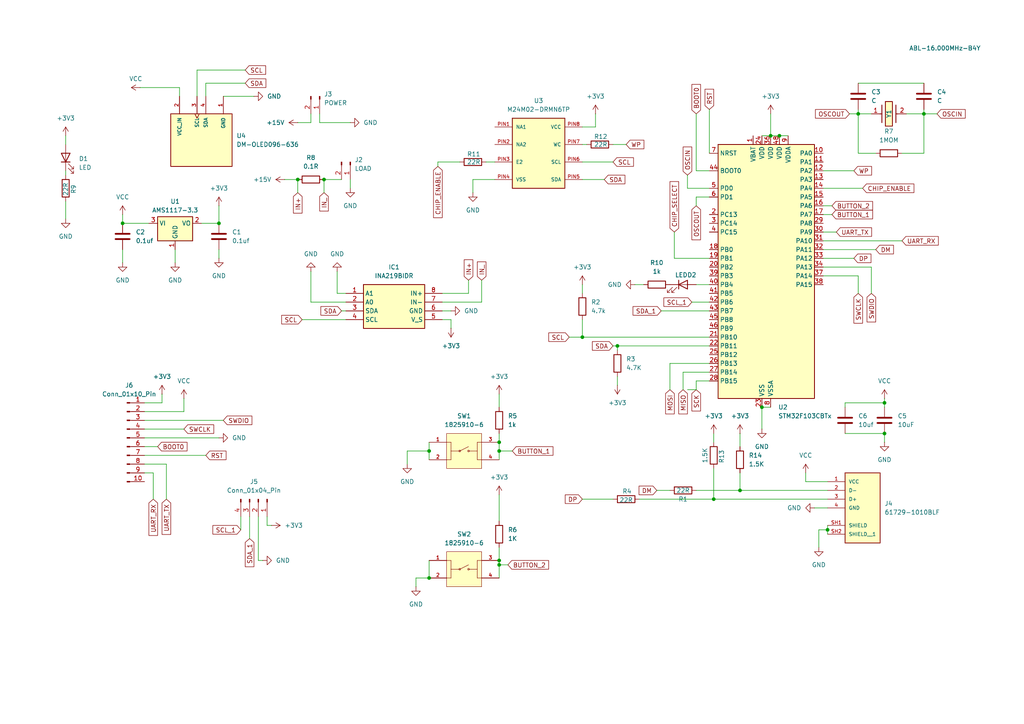
<source format=kicad_sch>
(kicad_sch (version 20231120) (generator "eeschema") (generator_version "8.0")
  (paper "A4")
  (lib_symbols
    (symbol "1825910-6:1825910-6" (pin_names (offset 1.016))
      (property "Reference" "SW" (at -5.0897 5.8532 0))
      (property "Value" "1825910-6" (at -5.0883 -7.6325 0))
      (symbol "1825910-6_0_0"
        (pin passive line (at -10.16 2.54 0) (length 5.08) (name "~") (number "1"))
        (pin passive line (at -10.16 -2.54 0) (length 5.08) (name "~") (number "2"))
        (pin passive line (at 10.16 2.54 180) (length 5.08) (name "~") (number "3"))
        (pin passive line (at 10.16 -2.54 180) (length 5.08) (name "~") (number "4"))
      )
    )
    (symbol "61729-1010BLF:61729-1010BLF" (pin_names (offset 1.016))
      (property "Reference" "J" (at -5.08 8.89 0))
      (property "Value" "61729-1010BLF" (at -5.08 -15.24 0))
      (symbol "61729-1010BLF_0_0"
        (pin power_in line (at -10.16 5.08 0) (length 5.08) (name "VCC") (number "1"))
        (pin bidirectional line (at -10.16 2.54 0) (length 5.08) (name "D-") (number "2"))
        (pin bidirectional line (at -10.16 0 0) (length 5.08) (name "D+") (number "3"))
        (pin power_in line (at -10.16 -2.54 0) (length 5.08) (name "GND") (number "4"))
        (pin passive line (at -10.16 -7.62 0) (length 5.08) (name "SHIELD") (number "SH1"))
        (pin passive line (at -10.16 -10.16 0) (length 5.08) (name "SHIELD__1") (number "SH2"))
      )
    )
    (symbol "ABL-16_000MHz-B4Y:ABL-16.000MHz-B4Y" (pin_names hide)
      (property "Reference" "Y" (at 8.89 6.35 0))
      (property "Value" "ABL-16.000MHz-B4Y" (at 8.89 3.81 0))
      (symbol "ABL-16.000MHz-B4Y_1_1"
        (pin passive line (at 0 0 0) (length 2.54) (name "1") (number "1"))
        (pin passive line (at 10.16 0 180) (length 2.54) (name "2") (number "2"))
      )
    )
    (symbol "Connector:Conn_01x02_Pin" (pin_names (offset 1.016) hide)
      (property "Reference" "J" (at 0 2.54 0))
      (property "Value" "Conn_01x02_Pin" (at 0 -5.08 0))
      (symbol "Conn_01x02_Pin_1_1"
        (pin passive line (at 5.08 0 180) (length 3.81) (name "Pin_1") (number "1"))
        (pin passive line (at 5.08 -2.54 180) (length 3.81) (name "Pin_2") (number "2"))
      )
    )
    (symbol "Connector:Conn_01x04_Pin" (pin_names (offset 1.016) hide)
      (property "Reference" "J" (at 0 5.08 0))
      (property "Value" "Conn_01x04_Pin" (at 0 -7.62 0))
      (symbol "Conn_01x04_Pin_1_1"
        (pin passive line (at 5.08 2.54 180) (length 3.81) (name "Pin_1") (number "1"))
        (pin passive line (at 5.08 0 180) (length 3.81) (name "Pin_2") (number "2"))
        (pin passive line (at 5.08 -2.54 180) (length 3.81) (name "Pin_3") (number "3"))
        (pin passive line (at 5.08 -5.08 180) (length 3.81) (name "Pin_4") (number "4"))
      )
    )
    (symbol "Connector:Conn_01x10_Pin" (pin_names (offset 1.016) hide)
      (property "Reference" "J" (at 0 12.7 0))
      (property "Value" "Conn_01x10_Pin" (at 0 -15.24 0))
      (symbol "Conn_01x10_Pin_1_1"
        (pin passive line (at 5.08 10.16 180) (length 3.81) (name "Pin_1") (number "1"))
        (pin passive line (at 5.08 -12.7 180) (length 3.81) (name "Pin_10") (number "10"))
        (pin passive line (at 5.08 7.62 180) (length 3.81) (name "Pin_2") (number "2"))
        (pin passive line (at 5.08 5.08 180) (length 3.81) (name "Pin_3") (number "3"))
        (pin passive line (at 5.08 2.54 180) (length 3.81) (name "Pin_4") (number "4"))
        (pin passive line (at 5.08 0 180) (length 3.81) (name "Pin_5") (number "5"))
        (pin passive line (at 5.08 -2.54 180) (length 3.81) (name "Pin_6") (number "6"))
        (pin passive line (at 5.08 -5.08 180) (length 3.81) (name "Pin_7") (number "7"))
        (pin passive line (at 5.08 -7.62 180) (length 3.81) (name "Pin_8") (number "8"))
        (pin passive line (at 5.08 -10.16 180) (length 3.81) (name "Pin_9") (number "9"))
      )
    )
    (symbol "DM-OLED096-636:DM-OLED096-636" (pin_names (offset 1.016))
      (property "Reference" "U" (at -7.62 10.922 0))
      (property "Value" "DM-OLED096-636" (at -7.62 -10.16 0))
      (symbol "DM-OLED096-636_0_0"
        (pin power_in line (at 12.7 -5.08 180) (length 5.08) (name "GND") (number "1"))
        (pin power_in line (at 12.7 7.62 180) (length 5.08) (name "VCC_IN") (number "2"))
        (pin input clock (at 12.7 2.54 180) (length 5.08) (name "SCL") (number "3"))
        (pin bidirectional line (at 12.7 0 180) (length 5.08) (name "SDA") (number "4"))
      )
    )
    (symbol "Device:C" (pin_numbers hide) (pin_names (offset 0.254))
      (property "Reference" "C" (at 0.635 2.54 0))
      (property "Value" "C" (at 0.635 -2.54 0))
      (symbol "C_1_1"
        (pin passive line (at 0 3.81 270) (length 2.794) (name "~") (number "1"))
        (pin passive line (at 0 -3.81 90) (length 2.794) (name "~") (number "2"))
      )
    )
    (symbol "Device:LED" (pin_numbers hide) (pin_names (offset 1.016) hide)
      (property "Reference" "D" (at 0 2.54 0))
      (property "Value" "LED" (at 0 -2.54 0))
      (symbol "LED_1_1"
        (pin passive line (at -3.81 0 0) (length 2.54) (name "K") (number "1"))
        (pin passive line (at 3.81 0 180) (length 2.54) (name "A") (number "2"))
      )
    )
    (symbol "Device:R" (pin_numbers hide) (pin_names (offset 0))
      (property "Reference" "R" (at 2.032 0 90))
      (property "Value" "R" (at 0 0 90))
      (symbol "R_1_1"
        (pin passive line (at 0 3.81 270) (length 1.27) (name "~") (number "1"))
        (pin passive line (at 0 -3.81 90) (length 1.27) (name "~") (number "2"))
      )
    )
    (symbol "INA219BIDR:INA219BIDR"
      (property "Reference" "IC" (at 24.13 7.62 0))
      (property "Value" "INA219BIDR" (at 24.13 5.08 0))
      (symbol "INA219BIDR_1_1"
        (pin passive line (at 0 0 0) (length 5.08) (name "A1") (number "1"))
        (pin passive line (at 0 -2.54 0) (length 5.08) (name "A0") (number "2"))
        (pin passive line (at 0 -5.08 0) (length 5.08) (name "SDA") (number "3"))
        (pin passive line (at 0 -7.62 0) (length 5.08) (name "SCL") (number "4"))
        (pin passive line (at 27.94 -7.62 180) (length 5.08) (name "V_S") (number "5"))
        (pin passive line (at 27.94 -5.08 180) (length 5.08) (name "GND") (number "6"))
        (pin passive line (at 27.94 -2.54 180) (length 5.08) (name "IN-") (number "7"))
        (pin passive line (at 27.94 0 180) (length 5.08) (name "IN+") (number "8"))
      )
    )
    (symbol "M24M02-DRMN6TP:M24M02-DRMN6TP" (pin_names (offset 1.016))
      (property "Reference" "U" (at 0 0 0))
      (property "Value" "M24M02-DRMN6TP" (at 0 0 0))
      (symbol "M24M02-DRMN6TP_0_0"
        (pin bidirectional line (at -5.08 17.78 0) (length 5.08) (name "NA1") (number "PIN1"))
        (pin bidirectional line (at -5.08 12.7 0) (length 5.08) (name "NA2") (number "PIN2"))
        (pin bidirectional line (at -5.08 7.62 0) (length 5.08) (name "E2") (number "PIN3"))
        (pin bidirectional line (at -5.08 2.54 0) (length 5.08) (name "VSS") (number "PIN4"))
        (pin bidirectional line (at 20.32 2.54 180) (length 5.08) (name "SDA") (number "PIN5"))
        (pin bidirectional line (at 20.32 7.62 180) (length 5.08) (name "SCL") (number "PIN6"))
        (pin bidirectional line (at 20.32 12.7 180) (length 5.08) (name "WC") (number "PIN7"))
        (pin bidirectional line (at 20.32 17.78 180) (length 5.08) (name "VCC") (number "PIN8"))
      )
    )
    (symbol "MCU_ST_STM32F1:STM32F103CBTx"
      (property "Reference" "U" (at -12.7 39.37 0))
      (property "Value" "STM32F103CBTx" (at 10.16 39.37 0))
      (symbol "STM32F103CBTx_1_1"
        (pin power_in line (at -2.54 40.64 270) (length 2.54) (name "VBAT") (number "1"))
        (pin bidirectional line (at 17.78 35.56 180) (length 2.54) (name "PA0") (number "10"))
        (pin bidirectional line (at 17.78 33.02 180) (length 2.54) (name "PA1") (number "11"))
        (pin bidirectional line (at 17.78 30.48 180) (length 2.54) (name "PA2") (number "12"))
        (pin bidirectional line (at 17.78 27.94 180) (length 2.54) (name "PA3") (number "13"))
        (pin bidirectional line (at 17.78 25.4 180) (length 2.54) (name "PA4") (number "14"))
        (pin bidirectional line (at 17.78 22.86 180) (length 2.54) (name "PA5") (number "15"))
        (pin bidirectional line (at 17.78 20.32 180) (length 2.54) (name "PA6") (number "16"))
        (pin bidirectional line (at 17.78 17.78 180) (length 2.54) (name "PA7") (number "17"))
        (pin bidirectional line (at -15.24 7.62 0) (length 2.54) (name "PB0") (number "18"))
        (pin bidirectional line (at -15.24 5.08 0) (length 2.54) (name "PB1") (number "19"))
        (pin bidirectional line (at -15.24 17.78 0) (length 2.54) (name "PC13") (number "2"))
        (pin bidirectional line (at -15.24 2.54 0) (length 2.54) (name "PB2") (number "20"))
        (pin bidirectional line (at -15.24 -17.78 0) (length 2.54) (name "PB10") (number "21"))
        (pin bidirectional line (at -15.24 -20.32 0) (length 2.54) (name "PB11") (number "22"))
        (pin power_in line (at 0 -38.1 90) (length 2.54) (name "VSS") (number "23"))
        (pin power_in line (at 0 40.64 270) (length 2.54) (name "VDD") (number "24"))
        (pin bidirectional line (at -15.24 -22.86 0) (length 2.54) (name "PB12") (number "25"))
        (pin bidirectional line (at -15.24 -25.4 0) (length 2.54) (name "PB13") (number "26"))
        (pin bidirectional line (at -15.24 -27.94 0) (length 2.54) (name "PB14") (number "27"))
        (pin bidirectional line (at -15.24 -30.48 0) (length 2.54) (name "PB15") (number "28"))
        (pin bidirectional line (at 17.78 15.24 180) (length 2.54) (name "PA8") (number "29"))
        (pin bidirectional line (at -15.24 15.24 0) (length 2.54) (name "PC14") (number "3"))
        (pin bidirectional line (at 17.78 12.7 180) (length 2.54) (name "PA9") (number "30"))
        (pin bidirectional line (at 17.78 10.16 180) (length 2.54) (name "PA10") (number "31"))
        (pin bidirectional line (at 17.78 7.62 180) (length 2.54) (name "PA11") (number "32"))
        (pin bidirectional line (at 17.78 5.08 180) (length 2.54) (name "PA12") (number "33"))
        (pin bidirectional line (at 17.78 2.54 180) (length 2.54) (name "PA13") (number "34"))
        (pin passive line (at 0 -38.1 90) (length 2.54) hide (name "VSS") (number "35"))
        (pin power_in line (at 2.54 40.64 270) (length 2.54) (name "VDD") (number "36"))
        (pin bidirectional line (at 17.78 0 180) (length 2.54) (name "PA14") (number "37"))
        (pin bidirectional line (at 17.78 -2.54 180) (length 2.54) (name "PA15") (number "38"))
        (pin bidirectional line (at -15.24 0 0) (length 2.54) (name "PB3") (number "39"))
        (pin bidirectional line (at -15.24 12.7 0) (length 2.54) (name "PC15") (number "4"))
        (pin bidirectional line (at -15.24 -2.54 0) (length 2.54) (name "PB4") (number "40"))
        (pin bidirectional line (at -15.24 -5.08 0) (length 2.54) (name "PB5") (number "41"))
        (pin bidirectional line (at -15.24 -7.62 0) (length 2.54) (name "PB6") (number "42"))
        (pin bidirectional line (at -15.24 -10.16 0) (length 2.54) (name "PB7") (number "43"))
        (pin input line (at -15.24 30.48 0) (length 2.54) (name "BOOT0") (number "44"))
        (pin bidirectional line (at -15.24 -12.7 0) (length 2.54) (name "PB8") (number "45"))
        (pin bidirectional line (at -15.24 -15.24 0) (length 2.54) (name "PB9") (number "46"))
        (pin passive line (at 0 -38.1 90) (length 2.54) hide (name "VSS") (number "47"))
        (pin power_in line (at 5.08 40.64 270) (length 2.54) (name "VDD") (number "48"))
        (pin bidirectional line (at -15.24 25.4 0) (length 2.54) (name "PD0") (number "5"))
        (pin bidirectional line (at -15.24 22.86 0) (length 2.54) (name "PD1") (number "6"))
        (pin input line (at -15.24 35.56 0) (length 2.54) (name "NRST") (number "7"))
        (pin power_in line (at 2.54 -38.1 90) (length 2.54) (name "VSSA") (number "8"))
        (pin power_in line (at 7.62 40.64 270) (length 2.54) (name "VDDA") (number "9"))
      )
    )
    (symbol "Regulator_Linear:AMS1117-3.3"
      (property "Reference" "U" (at -3.81 3.175 0))
      (property "Value" "AMS1117-3.3" (at 0 3.175 0))
      (symbol "AMS1117-3.3_1_1"
        (pin power_in line (at 0 -7.62 90) (length 2.54) (name "GND") (number "1"))
        (pin power_out line (at 7.62 0 180) (length 2.54) (name "VO") (number "2"))
        (pin power_in line (at -7.62 0 0) (length 2.54) (name "VI") (number "3"))
      )
    )
    (symbol "power:+15V" (power) (pin_numbers hide) (pin_names (offset 0) hide)
      (property "Value" "+15V" (at 0 3.556 0))
      (symbol "+15V_1_1"
        (pin power_in line (at 0 0 90) (length 0) (name "~") (number "1"))
      )
    )
    (symbol "power:+3V3" (power) (pin_numbers hide) (pin_names (offset 0) hide)
      (property "Value" "+3V3" (at 0 3.556 0))
      (symbol "+3V3_1_1"
        (pin power_in line (at 0 0 90) (length 0) (name "~") (number "1"))
      )
    )
    (symbol "power:GND" (power) (pin_numbers hide) (pin_names (offset 0) hide)
      (property "Value" "GND" (at 0 -3.81 0))
      (symbol "GND_1_1"
        (pin power_in line (at 0 0 270) (length 0) (name "~") (number "1"))
      )
    )
    (symbol "power:VCC" (power) (pin_numbers hide) (pin_names (offset 0) hide)
      (property "Value" "VCC" (at 0 3.556 0))
      (symbol "VCC_1_1"
        (pin power_in line (at 0 0 90) (length 0) (name "~") (number "1"))
      )
    )
  )
  (junction (at 240.03 153.67))
  (junction (at 93.98 52.07))
  (junction (at 124.46 130.81))
  (junction (at 256.54 116.84))
  (junction (at 256.54 125.73))
  (junction (at 223.52 39.37))
  (junction (at 248.92 33.02))
  (junction (at 168.91 97.79))
  (junction (at 86.36 52.07))
  (junction (at 124.46 167.64))
  (junction (at 179.07 100.33))
  (junction (at 144.78 128.27))
  (junction (at 220.98 118.11))
  (junction (at 226.06 39.37))
  (junction (at 207.01 144.78))
  (junction (at 267.97 33.02))
  (junction (at 214.63 142.24))
  (junction (at 35.56 64.77))
  (junction (at 63.5 64.77))
  (junction (at 144.78 162.56))
  (junction (at 144.78 130.81))
  (junction (at 144.78 163.83))
  (wire (pts (xy 59.69 24.13) (xy 71.12 24.13)))
  (wire (pts (xy 200.66 87.63) (xy 205.74 87.63)))
  (wire (pts (xy 144.78 130.81) (xy 148.59 130.81)))
  (wire (pts (xy 52.07 25.4) (xy 52.07 27.94)))
  (wire (pts (xy 248.92 33.02) (xy 252.73 33.02)))
  (wire (pts (xy 72.39 149.86) (xy 72.39 156.21)))
  (wire (pts (xy 50.8 72.39) (xy 50.8 76.2)))
  (wire (pts (xy 41.91 132.08) (xy 59.69 132.08)))
  (wire (pts (xy 133.35 46.99) (xy 127 46.99)))
  (wire (pts (xy 179.07 109.22) (xy 179.07 111.76)))
  (wire (pts (xy 35.56 62.23) (xy 35.56 64.77)))
  (wire (pts (xy 238.76 67.31) (xy 242.57 67.31)))
  (wire (pts (xy 267.97 33.02) (xy 271.78 33.02)))
  (wire (pts (xy 137.16 55.88) (xy 137.16 52.07)))
  (wire (pts (xy 201.93 113.03) (xy 199.39 113.03)))
  (wire (pts (xy 245.11 118.11) (xy 245.11 116.84)))
  (wire (pts (xy 179.07 100.33) (xy 177.8 100.33)))
  (wire (pts (xy 41.91 119.38) (xy 53.34 119.38)))
  (wire (pts (xy 248.92 24.13) (xy 267.97 24.13)))
  (wire (pts (xy 165.1 97.79) (xy 168.91 97.79)))
  (wire (pts (xy 100.33 87.63) (xy 90.17 87.63)))
  (wire (pts (xy 168.91 46.99) (xy 177.8 46.99)))
  (wire (pts (xy 179.07 100.33) (xy 179.07 101.6)))
  (wire (pts (xy 77.47 152.4) (xy 77.47 149.86)))
  (wire (pts (xy 238.76 77.47) (xy 252.73 77.47)))
  (wire (pts (xy 256.54 116.84) (xy 256.54 118.11)))
  (wire (pts (xy 194.31 105.41) (xy 194.31 113.03)))
  (wire (pts (xy 128.27 87.63) (xy 139.7 87.63)))
  (wire (pts (xy 207.01 135.89) (xy 207.01 144.78)))
  (wire (pts (xy 35.56 72.39) (xy 35.56 76.2)))
  (wire (pts (xy 248.92 80.01) (xy 238.76 80.01)))
  (wire (pts (xy 198.12 113.03) (xy 198.12 107.95)))
  (wire (pts (xy 168.91 82.55) (xy 168.91 85.09)))
  (wire (pts (xy 63.5 59.69) (xy 63.5 64.77)))
  (wire (pts (xy 245.11 125.73) (xy 256.54 125.73)))
  (wire (pts (xy 233.68 139.7) (xy 240.03 139.7)))
  (wire (pts (xy 185.42 144.78) (xy 207.01 144.78)))
  (wire (pts (xy 205.74 54.61) (xy 199.39 54.61)))
  (wire (pts (xy 238.76 72.39) (xy 254 72.39)))
  (wire (pts (xy 184.15 82.55) (xy 186.69 82.55)))
  (wire (pts (xy 172.72 36.83) (xy 168.91 36.83)))
  (wire (pts (xy 41.91 127) (xy 63.5 127)))
  (wire (pts (xy 246.38 33.02) (xy 248.92 33.02)))
  (wire (pts (xy 118.11 130.81) (xy 124.46 130.81)))
  (wire (pts (xy 207.01 125.73) (xy 207.01 128.27)))
  (wire (pts (xy 191.77 90.17) (xy 205.74 90.17)))
  (wire (pts (xy 223.52 33.02) (xy 223.52 39.37)))
  (wire (pts (xy 168.91 41.91) (xy 170.18 41.91)))
  (wire (pts (xy 245.11 116.84) (xy 256.54 116.84)))
  (wire (pts (xy 168.91 144.78) (xy 177.8 144.78)))
  (wire (pts (xy 201.93 33.02) (xy 201.93 49.53)))
  (wire (pts (xy 73.66 27.94) (xy 64.77 27.94)))
  (wire (pts (xy 144.78 114.3) (xy 144.78 118.11)))
  (wire (pts (xy 139.7 87.63) (xy 139.7 81.28)))
  (wire (pts (xy 78.74 152.4) (xy 77.47 152.4)))
  (wire (pts (xy 74.93 162.56) (xy 76.2 162.56)))
  (wire (pts (xy 124.46 130.81) (xy 124.46 133.35)))
  (wire (pts (xy 199.39 54.61) (xy 199.39 50.8)))
  (wire (pts (xy 233.68 137.16) (xy 233.68 139.7)))
  (wire (pts (xy 144.78 128.27) (xy 144.78 130.81)))
  (wire (pts (xy 201.93 82.55) (xy 205.74 82.55)))
  (wire (pts (xy 57.15 20.32) (xy 71.12 20.32)))
  (wire (pts (xy 93.98 52.07) (xy 93.98 55.88)))
  (wire (pts (xy 128.27 85.09) (xy 135.89 85.09)))
  (wire (pts (xy 201.93 110.49) (xy 201.93 113.03)))
  (wire (pts (xy 144.78 125.73) (xy 144.78 128.27)))
  (wire (pts (xy 237.49 153.67) (xy 240.03 153.67)))
  (wire (pts (xy 40.64 25.4) (xy 52.07 25.4)))
  (wire (pts (xy 205.74 110.49) (xy 201.93 110.49)))
  (wire (pts (xy 87.63 92.71) (xy 100.33 92.71)))
  (wire (pts (xy 57.15 20.32) (xy 57.15 27.94)))
  (wire (pts (xy 90.17 35.56) (xy 86.36 35.56)))
  (wire (pts (xy 19.05 49.53) (xy 19.05 50.8)))
  (wire (pts (xy 86.36 52.07) (xy 86.36 55.88)))
  (wire (pts (xy 90.17 87.63) (xy 90.17 78.74)))
  (wire (pts (xy 261.62 44.45) (xy 267.97 44.45)))
  (wire (pts (xy 205.74 49.53) (xy 201.93 49.53)))
  (wire (pts (xy 41.91 116.84) (xy 46.99 116.84)))
  (wire (pts (xy 238.76 74.93) (xy 247.65 74.93)))
  (wire (pts (xy 238.76 54.61) (xy 250.19 54.61)))
  (wire (pts (xy 267.97 31.75) (xy 267.97 33.02)))
  (wire (pts (xy 252.73 77.47) (xy 252.73 85.09)))
  (wire (pts (xy 214.63 125.73) (xy 214.63 129.54)))
  (wire (pts (xy 226.06 39.37) (xy 228.6 39.37)))
  (wire (pts (xy 220.98 39.37) (xy 223.52 39.37)))
  (wire (pts (xy 59.69 27.94) (xy 59.69 24.13)))
  (wire (pts (xy 82.55 52.07) (xy 86.36 52.07)))
  (wire (pts (xy 144.78 163.83) (xy 147.32 163.83)))
  (wire (pts (xy 256.54 115.57) (xy 256.54 116.84)))
  (wire (pts (xy 248.92 31.75) (xy 248.92 33.02)))
  (wire (pts (xy 58.42 64.77) (xy 63.5 64.77)))
  (wire (pts (xy 205.74 74.93) (xy 195.58 74.93)))
  (wire (pts (xy 92.71 35.56) (xy 101.6 35.56)))
  (wire (pts (xy 214.63 142.24) (xy 240.03 142.24)))
  (wire (pts (xy 124.46 162.56) (xy 124.46 167.64)))
  (wire (pts (xy 46.99 116.84) (xy 46.99 114.3)))
  (wire (pts (xy 168.91 97.79) (xy 205.74 97.79)))
  (wire (pts (xy 130.81 92.71) (xy 130.81 95.25)))
  (wire (pts (xy 214.63 137.16) (xy 214.63 142.24)))
  (wire (pts (xy 135.89 85.09) (xy 135.89 81.28)))
  (wire (pts (xy 195.58 74.93) (xy 195.58 67.31)))
  (wire (pts (xy 99.06 90.17) (xy 100.33 90.17)))
  (wire (pts (xy 237.49 158.75) (xy 237.49 153.67)))
  (wire (pts (xy 190.5 142.24) (xy 194.31 142.24)))
  (wire (pts (xy 144.78 158.75) (xy 144.78 162.56)))
  (wire (pts (xy 144.78 130.81) (xy 144.78 133.35)))
  (wire (pts (xy 120.65 167.64) (xy 124.46 167.64)))
  (wire (pts (xy 74.93 149.86) (xy 74.93 162.56)))
  (wire (pts (xy 92.71 33.02) (xy 92.71 35.56)))
  (wire (pts (xy 198.12 107.95) (xy 205.74 107.95)))
  (wire (pts (xy 220.98 118.11) (xy 220.98 124.46)))
  (wire (pts (xy 100.33 85.09) (xy 97.79 85.09)))
  (wire (pts (xy 254 44.45) (xy 248.92 44.45)))
  (wire (pts (xy 128.27 92.71) (xy 130.81 92.71)))
  (wire (pts (xy 97.79 85.09) (xy 97.79 78.74)))
  (wire (pts (xy 120.65 170.18) (xy 120.65 167.64)))
  (wire (pts (xy 238.76 59.69) (xy 241.3 59.69)))
  (wire (pts (xy 127 46.99) (xy 127 48.26)))
  (wire (pts (xy 248.92 44.45) (xy 248.92 33.02)))
  (wire (pts (xy 168.91 52.07) (xy 175.26 52.07)))
  (wire (pts (xy 238.76 69.85) (xy 261.62 69.85)))
  (wire (pts (xy 140.97 46.99) (xy 143.51 46.99)))
  (wire (pts (xy 267.97 44.45) (xy 267.97 33.02)))
  (wire (pts (xy 172.72 33.02) (xy 172.72 36.83)))
  (wire (pts (xy 201.93 142.24) (xy 214.63 142.24)))
  (wire (pts (xy 262.89 33.02) (xy 267.97 33.02)))
  (wire (pts (xy 48.26 144.78) (xy 48.26 134.62)))
  (wire (pts (xy 238.76 62.23) (xy 241.3 62.23)))
  (wire (pts (xy 201.93 59.69) (xy 201.93 57.15)))
  (wire (pts (xy 93.98 52.07) (xy 99.06 52.07)))
  (wire (pts (xy 41.91 124.46) (xy 53.34 124.46)))
  (wire (pts (xy 137.16 52.07) (xy 143.51 52.07)))
  (wire (pts (xy 177.8 41.91) (xy 181.61 41.91)))
  (wire (pts (xy 63.5 72.39) (xy 63.5 74.93)))
  (wire (pts (xy 205.74 105.41) (xy 194.31 105.41)))
  (wire (pts (xy 144.78 162.56) (xy 144.78 163.83)))
  (wire (pts (xy 179.07 100.33) (xy 205.74 100.33)))
  (wire (pts (xy 144.78 163.83) (xy 144.78 167.64)))
  (wire (pts (xy 44.45 144.78) (xy 44.45 137.16)))
  (wire (pts (xy 19.05 58.42) (xy 19.05 63.5)))
  (wire (pts (xy 44.45 137.16) (xy 41.91 137.16)))
  (wire (pts (xy 69.85 149.86) (xy 69.85 153.67)))
  (wire (pts (xy 220.98 118.11) (xy 223.52 118.11)))
  (wire (pts (xy 201.93 57.15) (xy 205.74 57.15)))
  (wire (pts (xy 144.78 143.51) (xy 144.78 151.13)))
  (wire (pts (xy 240.03 153.67) (xy 240.03 154.94)))
  (wire (pts (xy 53.34 115.57) (xy 53.34 119.38)))
  (wire (pts (xy 90.17 35.56) (xy 90.17 33.02)))
  (wire (pts (xy 118.11 130.81) (xy 118.11 134.62)))
  (wire (pts (xy 236.22 147.32) (xy 240.03 147.32)))
  (wire (pts (xy 19.05 39.37) (xy 19.05 41.91)))
  (wire (pts (xy 168.91 92.71) (xy 168.91 97.79)))
  (wire (pts (xy 128.27 90.17) (xy 130.81 90.17)))
  (wire (pts (xy 205.74 31.75) (xy 205.74 44.45)))
  (wire (pts (xy 240.03 152.4) (xy 240.03 153.67)))
  (wire (pts (xy 124.46 128.27) (xy 124.46 130.81)))
  (wire (pts (xy 248.92 85.09) (xy 248.92 80.01)))
  (wire (pts (xy 207.01 144.78) (xy 240.03 144.78)))
  (wire (pts (xy 238.76 49.53) (xy 247.65 49.53)))
  (wire (pts (xy 223.52 39.37) (xy 226.06 39.37)))
  (wire (pts (xy 41.91 129.54) (xy 45.72 129.54)))
  (wire (pts (xy 35.56 64.77) (xy 43.18 64.77)))
  (wire (pts (xy 48.26 134.62) (xy 41.91 134.62)))
  (wire (pts (xy 256.54 125.73) (xy 256.54 128.27)))
  (wire (pts (xy 41.91 121.92) (xy 64.77 121.92)))
  (wire (pts (xy 101.6 52.07) (xy 101.6 54.61)))
  (global_label "SWDIO" (shape input) (at 64.77 121.92 0) (property "Intersheetrefs" "${INTERSHEET_REFS}" (effects (hide yes))))
  (global_label "DP" (shape input) (at 247.65 74.93 0) (property "Intersheetrefs" "${INTERSHEET_REFS}" (effects (hide yes))))
  (global_label "CHIP_ENABLE" (shape input) (at 127 48.26 270) (property "Intersheetrefs" "${INTERSHEET_REFS}" (effects (hide yes))))
  (global_label "UART_TX" (shape input) (at 242.57 67.31 0) (property "Intersheetrefs" "${INTERSHEET_REFS}" (effects (hide yes))))
  (global_label "WP" (shape input) (at 181.61 41.91 0) (property "Intersheetrefs" "${INTERSHEET_REFS}" (effects (hide yes))))
  (global_label "UART_TX" (shape input) (at 48.26 144.78 270) (property "Intersheetrefs" "${INTERSHEET_REFS}" (effects (hide yes))))
  (global_label "BOOT0" (shape input) (at 201.93 33.02 90) (property "Intersheetrefs" "${INTERSHEET_REFS}" (effects (hide yes))))
  (global_label "BUTTON_2" (shape input) (at 241.3 59.69 0) (property "Intersheetrefs" "${INTERSHEET_REFS}" (effects (hide yes))))
  (global_label "OSCIN" (shape input) (at 271.78 33.02 0) (property "Intersheetrefs" "${INTERSHEET_REFS}" (effects (hide yes))))
  (global_label "OSCIN" (shape input) (at 199.39 50.8 90) (property "Intersheetrefs" "${INTERSHEET_REFS}" (effects (hide yes))))
  (global_label "RST" (shape input) (at 205.74 31.75 90) (property "Intersheetrefs" "${INTERSHEET_REFS}" (effects (hide yes))))
  (global_label "SCL_1" (shape input) (at 69.85 153.67 180) (property "Intersheetrefs" "${INTERSHEET_REFS}" (effects (hide yes))))
  (global_label "BUTTON_2" (shape input) (at 147.32 163.83 0) (property "Intersheetrefs" "${INTERSHEET_REFS}" (effects (hide yes))))
  (global_label "BUTTON_1" (shape input) (at 241.3 62.23 0) (property "Intersheetrefs" "${INTERSHEET_REFS}" (effects (hide yes))))
  (global_label "SDA_1" (shape input) (at 72.39 156.21 270) (property "Intersheetrefs" "${INTERSHEET_REFS}" (effects (hide yes))))
  (global_label "DM" (shape input) (at 254 72.39 0) (property "Intersheetrefs" "${INTERSHEET_REFS}" (effects (hide yes))))
  (global_label "SCL" (shape input) (at 71.12 20.32 0) (property "Intersheetrefs" "${INTERSHEET_REFS}" (effects (hide yes))))
  (global_label "IN_" (shape input) (at 93.98 55.88 270) (property "Intersheetrefs" "${INTERSHEET_REFS}" (effects (hide yes))))
  (global_label "SCL" (shape input) (at 87.63 92.71 180) (property "Intersheetrefs" "${INTERSHEET_REFS}" (effects (hide yes))))
  (global_label "CHIP_SELECT" (shape input) (at 195.58 67.31 90) (property "Intersheetrefs" "${INTERSHEET_REFS}" (effects (hide yes))))
  (global_label "SCL_1" (shape input) (at 200.66 87.63 180) (property "Intersheetrefs" "${INTERSHEET_REFS}" (effects (hide yes))))
  (global_label "SCK" (shape input) (at 201.93 113.03 270) (property "Intersheetrefs" "${INTERSHEET_REFS}" (effects (hide yes))))
  (global_label "DP" (shape input) (at 168.91 144.78 180) (property "Intersheetrefs" "${INTERSHEET_REFS}" (effects (hide yes))))
  (global_label "RST" (shape input) (at 59.69 132.08 0) (property "Intersheetrefs" "${INTERSHEET_REFS}" (effects (hide yes))))
  (global_label "CHIP_ENABLE" (shape input) (at 250.19 54.61 0) (property "Intersheetrefs" "${INTERSHEET_REFS}" (effects (hide yes))))
  (global_label "BOOT0" (shape input) (at 45.72 129.54 0) (property "Intersheetrefs" "${INTERSHEET_REFS}" (effects (hide yes))))
  (global_label "MISO" (shape input) (at 198.12 113.03 270) (property "Intersheetrefs" "${INTERSHEET_REFS}" (effects (hide yes))))
  (global_label "UART_RX" (shape input) (at 44.45 144.78 270) (property "Intersheetrefs" "${INTERSHEET_REFS}" (effects (hide yes))))
  (global_label "DM" (shape input) (at 190.5 142.24 180) (property "Intersheetrefs" "${INTERSHEET_REFS}" (effects (hide yes))))
  (global_label "UART_RX" (shape input) (at 261.62 69.85 0) (property "Intersheetrefs" "${INTERSHEET_REFS}" (effects (hide yes))))
  (global_label "IN+" (shape input) (at 135.89 81.28 90) (property "Intersheetrefs" "${INTERSHEET_REFS}" (effects (hide yes))))
  (global_label "SDA_1" (shape input) (at 191.77 90.17 180) (property "Intersheetrefs" "${INTERSHEET_REFS}" (effects (hide yes))))
  (global_label "MOSI" (shape input) (at 194.31 113.03 270) (property "Intersheetrefs" "${INTERSHEET_REFS}" (effects (hide yes))))
  (global_label "SDA" (shape input) (at 175.26 52.07 0) (property "Intersheetrefs" "${INTERSHEET_REFS}" (effects (hide yes))))
  (global_label "OSCOUT" (shape input) (at 201.93 59.69 270) (property "Intersheetrefs" "${INTERSHEET_REFS}" (effects (hide yes))))
  (global_label "SWDIO" (shape input) (at 252.73 85.09 270) (property "Intersheetrefs" "${INTERSHEET_REFS}" (effects (hide yes))))
  (global_label "SWCLK" (shape input) (at 53.34 124.46 0) (property "Intersheetrefs" "${INTERSHEET_REFS}" (effects (hide yes))))
  (global_label "SDA" (shape input) (at 99.06 90.17 180) (property "Intersheetrefs" "${INTERSHEET_REFS}" (effects (hide yes))))
  (global_label "WP" (shape input) (at 247.65 49.53 0) (property "Intersheetrefs" "${INTERSHEET_REFS}" (effects (hide yes))))
  (global_label "SDA" (shape input) (at 71.12 24.13 0) (property "Intersheetrefs" "${INTERSHEET_REFS}" (effects (hide yes))))
  (global_label "OSCOUT" (shape input) (at 246.38 33.02 180) (property "Intersheetrefs" "${INTERSHEET_REFS}" (effects (hide yes))))
  (global_label "SCL" (shape input) (at 177.8 46.99 0) (property "Intersheetrefs" "${INTERSHEET_REFS}" (effects (hide yes))))
  (global_label "IN_" (shape input) (at 139.7 81.28 90) (property "Intersheetrefs" "${INTERSHEET_REFS}" (effects (hide yes))))
  (global_label "IN+" (shape input) (at 86.36 55.88 270) (property "Intersheetrefs" "${INTERSHEET_REFS}" (effects (hide yes))))
  (global_label "SCL" (shape input) (at 165.1 97.79 180) (property "Intersheetrefs" "${INTERSHEET_REFS}" (effects (hide yes))))
  (global_label "SWCLK" (shape input) (at 248.92 85.09 270) (property "Intersheetrefs" "${INTERSHEET_REFS}" (effects (hide yes))))
  (global_label "BUTTON_1" (shape input) (at 148.59 130.81 0) (property "Intersheetrefs" "${INTERSHEET_REFS}" (effects (hide yes))))
  (global_label "SDA" (shape input) (at 177.8 100.33 180) (property "Intersheetrefs" "${INTERSHEET_REFS}" (effects (hide yes))))
  (symbol (lib_id "Device:R") (at 179.07 105.41 0) (unit 1)
    (property "Reference" "R3" (at 181.61 104.1399 0) (effects (justify left)))
    (property "Value" "4.7K" (at 181.61 106.6799 0) (effects (justify left)))
    (property "Footprint" "Resistor_SMD:R_1206_3216Metric" (effects (hide yes)))
    (property "Description" "Resistor" (effects (hide yes)))
  )
  (symbol (lib_id "Device:R") (at 144.78 121.92 0) (unit 1)
    (property "Reference" "R5" (at 147.32 120.6499 0) (effects (justify left)))
    (property "Value" "1k" (at 147.32 123.1899 0) (effects (justify left)))
    (property "Footprint" "Resistor_SMD:R_1206_3216Metric" (effects (hide yes)))
    (property "Description" "Resistor" (effects (hide yes)))
  )
  (symbol (lib_id "power:GND") (at 35.56 76.2 0) (unit 1)
    (property "Reference" "#PWR04" (effects (hide yes)))
    (property "Value" "GND" (at 35.56 81.28 0))
    (property "Description" "Power symbol creates a global label with name \"GND\" , ground" (effects (hide yes)))
  )
  (symbol (lib_id "power:+3V3") (at 19.05 39.37 0) (unit 1)
    (property "Reference" "#PWR030" (effects (hide yes)))
    (property "Value" "+3V3" (at 19.05 34.29 0))
    (property "Description" "Power symbol creates a global label with name \"+3V3\"" (effects (hide yes)))
  )
  (symbol (lib_id "power:+15V") (at 82.55 52.07 90) (unit 1)
    (property "Reference" "#PWR025" (effects (hide yes)))
    (property "Value" "+15V" (at 78.74 52.0699 90) (effects (justify left)))
    (property "Description" "Power symbol creates a global label with name \"+15V\"" (effects (hide yes)))
  )
  (symbol (lib_id "Device:C") (at 245.11 121.92 0) (unit 1)
    (property "Reference" "C6" (at 248.92 120.6499 0) (effects (justify left)))
    (property "Value" "10uf" (at 248.92 123.1899 0) (effects (justify left)))
    (property "Footprint" "Capacitor_SMD:C_1206_3216Metric" (effects (hide yes)))
    (property "Description" "Unpolarized capacitor" (effects (hide yes)))
  )
  (symbol (lib_id "power:VCC") (at 256.54 115.57 0) (unit 1)
    (property "Reference" "#PWR039" (effects (hide yes)))
    (property "Value" "VCC" (at 256.54 110.49 0))
    (property "Description" "Power symbol creates a global label with name \"VCC\"" (effects (hide yes)))
  )
  (symbol (lib_id "power:+3V3") (at 144.78 143.51 0) (unit 1)
    (property "Reference" "#PWR022" (effects (hide yes)))
    (property "Value" "+3V3" (at 144.78 138.43 0))
    (property "Description" "Power symbol creates a global label with name \"+3V3\"" (effects (hide yes)))
  )
  (symbol (lib_id "Device:R") (at 19.05 54.61 0) (unit 1)
    (property "Reference" "R9" (at 21.336 54.864 90))
    (property "Value" "22R" (at 19.05 54.864 90))
    (property "Footprint" "Resistor_SMD:R_1206_3216Metric" (effects (hide yes)))
    (property "Description" "Resistor" (effects (hide yes)))
  )
  (symbol (lib_id "power:+3V3") (at 78.74 152.4 270) (unit 1)
    (property "Reference" "#PWR035" (effects (hide yes)))
    (property "Value" "+3V3" (at 82.55 152.3999 90) (effects (justify left)))
    (property "Description" "Power symbol creates a global label with name \"+3V3\"" (effects (hide yes)))
  )
  (symbol (lib_id "Device:LED") (at 19.05 45.72 90) (unit 1)
    (property "Reference" "D1" (at 22.86 46.0374 90) (effects (justify right)))
    (property "Value" "LED" (at 22.86 48.5774 90) (effects (justify right)))
    (property "Footprint" "Diode_SMD:D_1206_3216Metric" (effects (hide yes)))
    (property "Description" "Light emitting diode" (effects (hide yes)))
  )
  (symbol (lib_id "Connector:Conn_01x02_Pin") (at 101.6 46.99 270) (unit 1)
    (property "Reference" "J2" (at 102.87 46.3549 90) (effects (justify left)))
    (property "Value" "LOAD" (at 102.87 48.8949 90) (effects (justify left)))
    (property "Footprint" "TerminalBlock_Phoenix:TerminalBlock_Phoenix_MKDS-1,5-2-5.08_1x02_P5.08mm_Horizontal" (effects (hide yes)))
    (property "Description" "Generic connector, single row, 01x02, script generated" (effects (hide yes)))
  )
  (symbol (lib_id "power:VCC") (at 233.68 137.16 0) (unit 1)
    (property "Reference" "#PWR020" (effects (hide yes)))
    (property "Value" "VCC" (at 233.68 132.08 0))
    (property "Description" "Power symbol creates a global label with name \"VCC\"" (effects (hide yes)))
  )
  (symbol (lib_id "power:GND") (at 101.6 35.56 90) (unit 1)
    (property "Reference" "#PWR027" (effects (hide yes)))
    (property "Value" "GND" (at 105.41 35.5599 90) (effects (justify right)))
    (property "Description" "Power symbol creates a global label with name \"GND\" , ground" (effects (hide yes)))
  )
  (symbol (lib_id "Device:C") (at 248.92 27.94 0) (unit 1)
    (property "Reference" "C3" (at 252.73 26.6699 0) (effects (justify left)))
    (property "Value" "C" (at 252.73 29.2099 0) (effects (justify left)))
    (property "Footprint" "Capacitor_SMD:C_1206_3216Metric" (effects (hide yes)))
    (property "Description" "Unpolarized capacitor" (effects (hide yes)))
  )
  (symbol (lib_id "power:GND") (at 184.15 82.55 270) (unit 1)
    (property "Reference" "#PWR032" (effects (hide yes)))
    (property "Value" "GND" (at 180.34 82.5499 90) (effects (justify right)))
    (property "Description" "Power symbol creates a global label with name \"GND\" , ground" (effects (hide yes)))
  )
  (symbol (lib_id "Device:R") (at 173.99 41.91 90) (unit 1)
    (property "Reference" "R12" (at 174.244 39.624 90))
    (property "Value" "22R" (at 174.244 41.91 90))
    (property "Footprint" "Resistor_SMD:R_1206_3216Metric" (effects (hide yes)))
    (property "Description" "Resistor" (effects (hide yes)))
  )
  (symbol (lib_id "DM-OLED096-636:DM-OLED096-636") (at 59.69 40.64 90) (unit 1)
    (property "Reference" "U4" (at 68.58 39.3699 90) (effects (justify right)))
    (property "Value" "DM-OLED096-636" (at 68.58 41.9099 90) (effects (justify right)))
    (property "Footprint" "DM-OLED096-636:MODULE_DM-OLED096-636" (effects (hide yes)))
    (property "MF" "Display Module" (effects (hide yes)))
    (property "MAXIMUM_PACKAGE_HEIGHT" "11.3 mm" (effects (hide yes)))
    (property "Package" "Package" (effects (hide yes)))
    (property "Price" "None" (effects (hide yes)))
    (property "Check_prices" "https://www.snapeda.com/parts/DM-OLED096-636/Display+Module/view-part/?ref=eda" (effects (hide yes)))
    (property "STANDARD" "Manufacturer Recommendations" (effects (hide yes)))
    (property "PARTREV" "2018-09-10" (effects (hide yes)))
    (property "SnapEDA_Link" "https://www.snapeda.com/parts/DM-OLED096-636/Display+Module/view-part/?ref=snap" (effects (hide yes)))
    (property "MP" "DM-OLED096-636" (effects (hide yes)))
    (property "Description_1" "\n0.96” 128 X 64 MONOCHROME GRAPHIC OLED DISPLAY MODULE - I2C\n" (effects (hide yes)))
    (property "Availability" "Not in stock" (effects (hide yes)))
    (property "MANUFACTURER" "Displaymodule" (effects (hide yes)))
  )
  (symbol (lib_id "Connector:Conn_01x04_Pin") (at 74.93 144.78 270) (unit 1)
    (property "Reference" "J5" (at 73.66 139.7 90))
    (property "Value" "Conn_01x04_Pin" (at 73.66 142.24 90))
    (property "Footprint" "Connector_JST:JST_XH_S4B-XH-A-1_1x04_P2.50mm_Horizontal" (effects (hide yes)))
    (property "Description" "Generic connector, single row, 01x04, script generated" (effects (hide yes)))
  )
  (symbol (lib_id "power:+3V3") (at 168.91 82.55 0) (unit 1)
    (property "Reference" "#PWR017" (effects (hide yes)))
    (property "Value" "+3V3" (at 168.91 77.47 0))
    (property "Description" "Power symbol creates a global label with name \"+3V3\"" (effects (hide yes)))
  )
  (symbol (lib_id "1825910-6:1825910-6") (at 134.62 130.81 0) (unit 1)
    (property "Reference" "SW1" (at 134.62 120.65 0))
    (property "Value" "1825910-6" (at 134.62 123.19 0))
    (property "Footprint" "1825910-6:SW_1825910-6-4" (effects (hide yes)))
    (property "Comment" "1825910-6" (effects (hide yes)))
    (property "MF" "TE Connectivity" (effects (hide yes)))
    (property "Description_1" "\nSwitch Push Button OFF (ON) SPST Round Button 0.05A 24VDC Momentary Contact PC Pins Thru-Hole\n" (effects (hide yes)))
    (property "Package" "None" (effects (hide yes)))
    (property "Price" "None" (effects (hide yes)))
    (property "Check_prices" "https://www.snapeda.com/parts/1825910-6/TE+Connectivity+ALCOSWITCH+Switches/view-part/?ref=eda" (effects (hide yes)))
    (property "STANDARD" "Manufacturer Recommendations" (effects (hide yes)))
    (property "PARTREV" "C10" (effects (hide yes)))
    (property "SnapEDA_Link" "https://www.snapeda.com/parts/1825910-6/TE+Connectivity+ALCOSWITCH+Switches/view-part/?ref=snap" (effects (hide yes)))
    (property "MP" "1825910-6" (effects (hide yes)))
    (property "Purchase-URL" "https://www.snapeda.com/api/url_track_click_mouser/?unipart_id=226996&manufacturer=TE Connectivity&part_name=1825910-6&search_term=pushbutton" (effects (hide yes)))
    (property "Availability" "In Stock" (effects (hide yes)))
    (property "MANUFACTURER" "TE CONNECTIVITY" (effects (hide yes)))
  )
  (symbol (lib_id "61729-1010BLF:61729-1010BLF") (at 250.19 144.78 0) (unit 1)
    (property "Reference" "J4" (at 256.54 146.0499 0) (effects (justify left)))
    (property "Value" "61729-1010BLF" (at 256.54 148.5899 0) (effects (justify left)))
    (property "Footprint" "61729_1010BLF:AMPHENOL_61729-1010BLF" (effects (hide yes)))
    (property "PARTREV" "AD" (effects (hide yes)))
    (property "STANDARD" "Manufacturer Recommendations" (effects (hide yes)))
    (property "MAXIMUM_PACKAGE_HEIGHT" "11.50 mm" (effects (hide yes)))
    (property "MANUFACTURER" "Amphenol" (effects (hide yes)))
  )
  (symbol (lib_id "power:GND") (at 120.65 170.18 0) (unit 1)
    (property "Reference" "#PWR023" (effects (hide yes)))
    (property "Value" "GND" (at 120.65 175.26 0))
    (property "Description" "Power symbol creates a global label with name \"GND\" , ground" (effects (hide yes)))
  )
  (symbol (lib_id "Device:LED") (at 198.12 82.55 0) (unit 1)
    (property "Reference" "D2" (at 200.66 79.756 0))
    (property "Value" "LED" (at 197.612 79.756 0))
    (property "Footprint" "Diode_SMD:D_1206_3216Metric" (effects (hide yes)))
    (property "Description" "Light emitting diode" (effects (hide yes)))
  )
  (symbol (lib_id "Device:R") (at 207.01 132.08 0) (unit 1)
    (property "Reference" "R13" (at 209.296 134.366 90) (effects (justify left)))
    (property "Value" "1.5K" (at 204.47 134.366 90) (effects (justify left)))
    (property "Footprint" "Resistor_SMD:R_1206_3216Metric" (effects (hide yes)))
    (property "Description" "Resistor" (effects (hide yes)))
  )
  (symbol (lib_id "Device:C") (at 256.54 121.92 0) (unit 1)
    (property "Reference" "C5" (at 260.35 120.6499 0) (effects (justify left)))
    (property "Value" "10uF" (at 260.35 123.1899 0) (effects (justify left)))
    (property "Footprint" "Capacitor_SMD:C_1206_3216Metric" (effects (hide yes)))
    (property "Description" "Unpolarized capacitor" (effects (hide yes)))
  )
  (symbol (lib_id "Connector:Conn_01x02_Pin") (at 92.71 27.94 270) (unit 1)
    (property "Reference" "J3" (at 93.98 27.3049 90) (effects (justify left)))
    (property "Value" "POWER" (at 93.98 29.8449 90) (effects (justify left)))
    (property "Footprint" "TerminalBlock_Phoenix:TerminalBlock_Phoenix_MKDS-1,5-2-5.08_1x02_P5.08mm_Horizontal" (effects (hide yes)))
    (property "Description" "Generic connector, single row, 01x02, script generated" (effects (hide yes)))
  )
  (symbol (lib_id "Device:C") (at 267.97 27.94 0) (unit 1)
    (property "Reference" "C4" (at 271.78 26.6699 0) (effects (justify left)))
    (property "Value" "C" (at 271.78 29.2099 0) (effects (justify left)))
    (property "Footprint" "Capacitor_SMD:C_1206_3216Metric" (effects (hide yes)))
    (property "Description" "Unpolarized capacitor" (effects (hide yes)))
  )
  (symbol (lib_id "power:GND") (at 236.22 147.32 270) (unit 1)
    (property "Reference" "#PWR012" (effects (hide yes)))
    (property "Value" "GND" (at 232.41 147.3199 90) (effects (justify right)))
    (property "Description" "Power symbol creates a global label with name \"GND\" , ground" (effects (hide yes)))
  )
  (symbol (lib_id "1825910-6:1825910-6") (at 134.62 165.1 0) (unit 1)
    (property "Reference" "SW2" (at 134.62 154.94 0))
    (property "Value" "1825910-6" (at 134.62 157.48 0))
    (property "Footprint" "1825910-6:SW_1825910-6-4" (effects (hide yes)))
    (property "Comment" "1825910-6" (effects (hide yes)))
    (property "MF" "TE Connectivity" (effects (hide yes)))
    (property "Description_1" "\nSwitch Push Button OFF (ON) SPST Round Button 0.05A 24VDC Momentary Contact PC Pins Thru-Hole\n" (effects (hide yes)))
    (property "Package" "None" (effects (hide yes)))
    (property "Price" "None" (effects (hide yes)))
    (property "Check_prices" "https://www.snapeda.com/parts/1825910-6/TE+Connectivity+ALCOSWITCH+Switches/view-part/?ref=eda" (effects (hide yes)))
    (property "STANDARD" "Manufacturer Recommendations" (effects (hide yes)))
    (property "PARTREV" "C10" (effects (hide yes)))
    (property "SnapEDA_Link" "https://www.snapeda.com/parts/1825910-6/TE+Connectivity+ALCOSWITCH+Switches/view-part/?ref=snap" (effects (hide yes)))
    (property "MP" "1825910-6" (effects (hide yes)))
    (property "Purchase-URL" "https://www.snapeda.com/api/url_track_click_mouser/?unipart_id=226996&manufacturer=TE Connectivity&part_name=1825910-6&search_term=pushbutton" (effects (hide yes)))
    (property "Availability" "In Stock" (effects (hide yes)))
    (property "MANUFACTURER" "TE CONNECTIVITY" (effects (hide yes)))
  )
  (symbol (lib_id "power:GND") (at 97.79 78.74 180) (unit 1)
    (property "Reference" "#PWR09" (effects (hide yes)))
    (property "Value" "GND" (at 97.79 73.66 0))
    (property "Description" "Power symbol creates a global label with name \"GND\" , ground" (effects (hide yes)))
  )
  (symbol (lib_id "Device:R") (at 144.78 154.94 0) (unit 1)
    (property "Reference" "R6" (at 147.32 153.6699 0) (effects (justify left)))
    (property "Value" "1K" (at 147.32 156.2099 0) (effects (justify left)))
    (property "Footprint" "Resistor_SMD:R_1206_3216Metric" (effects (hide yes)))
    (property "Description" "Resistor" (effects (hide yes)))
  )
  (symbol (lib_id "power:GND") (at 101.6 54.61 0) (unit 1)
    (property "Reference" "#PWR026" (effects (hide yes)))
    (property "Value" "GND" (at 101.6 59.69 0))
    (property "Description" "Power symbol creates a global label with name \"GND\" , ground" (effects (hide yes)))
  )
  (symbol (lib_id "power:GND") (at 19.05 63.5 0) (unit 1)
    (property "Reference" "#PWR031" (effects (hide yes)))
    (property "Value" "GND" (at 19.05 68.58 0))
    (property "Description" "Power symbol creates a global label with name \"GND\" , ground" (effects (hide yes)))
  )
  (symbol (lib_id "power:GND") (at 63.5 74.93 0) (unit 1)
    (property "Reference" "#PWR02" (effects (hide yes)))
    (property "Value" "GND" (at 63.5 80.01 0))
    (property "Description" "Power symbol creates a global label with name \"GND\" , ground" (effects (hide yes)))
  )
  (symbol (lib_id "power:+3V3") (at 46.99 114.3 0) (unit 1)
    (property "Reference" "#PWR033" (effects (hide yes)))
    (property "Value" "+3V3" (at 46.99 109.22 0))
    (property "Description" "Power symbol creates a global label with name \"+3V3\"" (effects (hide yes)))
  )
  (symbol (lib_id "power:GND") (at 137.16 55.88 0) (unit 1)
    (property "Reference" "#PWR019" (effects (hide yes)))
    (property "Value" "GND" (at 137.16 60.96 0))
    (property "Description" "Power symbol creates a global label with name \"GND\" , ground" (effects (hide yes)))
  )
  (symbol (lib_id "M24M02-DRMN6TP:M24M02-DRMN6TP") (at 148.59 54.61 0) (unit 1)
    (property "Reference" "U3" (at 156.21 29.21 0))
    (property "Value" "M24M02-DRMN6TP" (at 156.21 31.75 0))
    (property "Footprint" "M24M02-DRMN6TP:SOIC8" (effects (hide yes)))
    (property "MF" "STMicroelectronics" (effects (hide yes)))
    (property "Description_1" "\nEEPROM Memory IC 2Mb (256K x 8) I²C 1 MHz 450 ns 8-SOIC\n" (effects (hide yes)))
    (property "Package" "SO-8 STMicroelectronics" (effects (hide yes)))
    (property "Price" "None" (effects (hide yes)))
    (property "SnapEDA_Link" "https://www.snapeda.com/parts/M24M02-DRMN6TP/STMicroelectronics/view-part/?ref=snap" (effects (hide yes)))
    (property "MP" "M24M02-DRMN6TP" (effects (hide yes)))
    (property "Purchase-URL" "https://www.snapeda.com/api/url_track_click_mouser/?unipart_id=364202&manufacturer=STMicroelectronics&part_name=M24M02-DRMN6TP&search_term=m24m02-drmn6tp" (effects (hide yes)))
    (property "Availability" "In Stock" (effects (hide yes)))
    (property "Check_prices" "https://www.snapeda.com/parts/M24M02-DRMN6TP/STMicroelectronics/view-part/?ref=eda" (effects (hide yes)))
  )
  (symbol (lib_id "power:GND") (at 90.17 78.74 180) (unit 1)
    (property "Reference" "#PWR010" (effects (hide yes)))
    (property "Value" "GND" (at 90.17 73.66 0))
    (property "Description" "Power symbol creates a global label with name \"GND\" , ground" (effects (hide yes)))
  )
  (symbol (lib_id "power:GND") (at 63.5 127 90) (unit 1)
    (property "Reference" "#PWR028" (effects (hide yes)))
    (property "Value" "GND" (at 67.31 126.9999 90) (effects (justify right)))
    (property "Description" "Power symbol creates a global label with name \"GND\" , ground" (effects (hide yes)))
  )
  (symbol (lib_id "INA219BIDR:INA219BIDR") (at 100.33 85.09 0) (unit 1)
    (property "Reference" "IC1" (at 114.3 77.47 0))
    (property "Value" "INA219BIDR" (at 114.3 80.01 0))
    (property "Footprint" "INA219:SOIC127P600X175-8N" (effects (hide yes)))
    (property "Datasheet" "https://www.ti.com/lit/ds/symlink/ina219.pdf?HQS=TI-null-null-digikeymode-df-pf-null-wwe&ts=1601223553719" (effects (hide yes)))
    (property "Description" "26-V, Bidirectional, Zero-Drift, High-Side, I2C Out Current/Power Monitor" (effects (hide yes)))
    (property "Height" "1.75" (effects (hide yes)))
    (property "Mouser Part Number" "595-INA219BIDR" (effects (hide yes)))
    (property "Mouser Price/Stock" "https://www.mouser.co.uk/ProductDetail/Texas-Instruments/INA219BIDR?qs=1WmUhT%2FVMINyGsXNJcdD5Q%3D%3D" (effects (hide yes)))
    (property "Manufacturer_Name" "Texas Instruments" (effects (hide yes)))
    (property "Manufacturer_Part_Number" "INA219BIDR" (effects (hide yes)))
  )
  (symbol (lib_id "power:+3V3") (at 144.78 114.3 0) (unit 1)
    (property "Reference" "#PWR021" (effects (hide yes)))
    (property "Value" "+3V3" (at 144.78 109.22 0))
    (property "Description" "Power symbol creates a global label with name \"+3V3\"" (effects (hide yes)))
  )
  (symbol (lib_id "Device:R") (at 190.5 82.55 90) (unit 1)
    (property "Reference" "R10" (at 190.5 76.2 90))
    (property "Value" "1k" (at 190.5 78.74 90))
    (property "Footprint" "Resistor_SMD:R_1206_3216Metric" (effects (hide yes)))
    (property "Description" "Resistor" (effects (hide yes)))
  )
  (symbol (lib_id "power:GND") (at 76.2 162.56 90) (unit 1)
    (property "Reference" "#PWR034" (effects (hide yes)))
    (property "Value" "GND" (at 80.01 162.5599 90) (effects (justify right)))
    (property "Description" "Power symbol creates a global label with name \"GND\" , ground" (effects (hide yes)))
  )
  (symbol (lib_id "power:+3V3") (at 63.5 59.69 0) (unit 1)
    (property "Reference" "#PWR01" (effects (hide yes)))
    (property "Value" "+3V3" (at 63.5 54.61 0))
    (property "Description" "Power symbol creates a global label with name \"+3V3\"" (effects (hide yes)))
  )
  (symbol (lib_id "power:VCC") (at 53.34 115.57 0) (unit 1)
    (property "Reference" "#PWR029" (effects (hide yes)))
    (property "Value" "VCC" (at 53.34 110.49 0))
    (property "Description" "Power symbol creates a global label with name \"VCC\"" (effects (hide yes)))
  )
  (symbol (lib_id "Device:R") (at 181.61 144.78 90) (unit 1)
    (property "Reference" "R4" (at 181.864 142.494 90))
    (property "Value" "22R" (at 181.61 145.034 90))
    (property "Footprint" "Resistor_SMD:R_1206_3216Metric" (effects (hide yes)))
    (property "Description" "Resistor" (effects (hide yes)))
  )
  (symbol (lib_id "power:VCC") (at 35.56 62.23 0) (unit 1)
    (property "Reference" "#PWR013" (effects (hide yes)))
    (property "Value" "VCC" (at 35.56 57.15 0))
    (property "Description" "Power symbol creates a global label with name \"VCC\"" (effects (hide yes)))
  )
  (symbol (lib_id "power:+15V") (at 86.36 35.56 90) (unit 1)
    (property "Reference" "#PWR024" (effects (hide yes)))
    (property "Value" "+15V" (at 82.55 35.5599 90) (effects (justify left)))
    (property "Description" "Power symbol creates a global label with name \"+15V\"" (effects (hide yes)))
  )
  (symbol (lib_id "Device:R") (at 214.63 133.35 0) (unit 1)
    (property "Reference" "R14" (at 217.17 132.0799 0) (effects (justify left)))
    (property "Value" "1.5K" (at 217.17 134.6199 0) (effects (justify left)))
    (property "Footprint" "Resistor_SMD:R_1206_3216Metric" (effects (hide yes)))
    (property "Description" "Resistor" (effects (hide yes)))
  )
  (symbol (lib_id "power:GND") (at 237.49 158.75 0) (unit 1)
    (property "Reference" "#PWR036" (effects (hide yes)))
    (property "Value" "GND" (at 237.49 163.83 0))
    (property "Description" "Power symbol creates a global label with name \"GND\" , ground" (effects (hide yes)))
  )
  (symbol (lib_id "Device:C") (at 63.5 68.58 0) (unit 1)
    (property "Reference" "C1" (at 67.31 67.3099 0) (effects (justify left)))
    (property "Value" "0.1uf" (at 67.31 69.8499 0) (effects (justify left)))
    (property "Footprint" "Capacitor_SMD:C_1206_3216Metric" (effects (hide yes)))
    (property "Description" "Unpolarized capacitor" (effects (hide yes)))
  )
  (symbol (lib_id "power:GND") (at 256.54 128.27 0) (unit 1)
    (property "Reference" "#PWR040" (effects (hide yes)))
    (property "Value" "GND" (at 256.54 133.35 0))
    (property "Description" "Power symbol creates a global label with name \"GND\" , ground" (effects (hide yes)))
  )
  (symbol (lib_id "Connector:Conn_01x10_Pin") (at 36.83 127 0) (unit 1)
    (property "Reference" "J6" (at 37.465 111.76 0))
    (property "Value" "Conn_01x10_Pin" (at 37.465 114.3 0))
    (property "Footprint" "Connector_PinHeader_2.54mm:PinHeader_1x10_P2.54mm_Vertical" (effects (hide yes)))
    (property "Description" "Generic connector, single row, 01x10, script generated" (effects (hide yes)))
  )
  (symbol (lib_id "power:+3V3") (at 207.01 125.73 0) (unit 1)
    (property "Reference" "#PWR037" (effects (hide yes)))
    (property "Value" "+3V3" (at 207.01 120.65 0))
    (property "Description" "Power symbol creates a global label with name \"+3V3\"" (effects (hide yes)))
  )
  (symbol (lib_id "power:+3V3") (at 172.72 33.02 0) (unit 1)
    (property "Reference" "#PWR011" (effects (hide yes)))
    (property "Value" "+3V3" (at 172.72 27.94 0))
    (property "Description" "Power symbol creates a global label with name \"+3V3\"" (effects (hide yes)))
  )
  (symbol (lib_id "power:GND") (at 118.11 134.62 0) (unit 1)
    (property "Reference" "#PWR018" (effects (hide yes)))
    (property "Value" "GND" (at 118.11 139.7 0))
    (property "Description" "Power symbol creates a global label with name \"GND\" , ground" (effects (hide yes)))
  )
  (symbol (lib_id "MCU_ST_STM32F1:STM32F103CBTx") (at 220.98 80.01 0) (unit 1)
    (property "Reference" "U2" (at 225.7141 118.11 0) (effects (justify left)))
    (property "Value" "STM32F103CBTx" (at 225.7141 120.65 0) (effects (justify left)))
    (property "Footprint" "Package_QFP:LQFP-48_7x7mm_P0.5mm" (effects (hide yes)))
    (property "Datasheet" "https://www.st.com/resource/en/datasheet/stm32f103cb.pdf" (effects (hide yes)))
    (property "Description" "STMicroelectronics Arm Cortex-M3 MCU, 128KB flash, 20KB RAM, 72 MHz, 2.0-3.6V, 37 GPIO, LQFP48" (effects (hide yes)))
  )
  (symbol (lib_id "power:GND") (at 220.98 124.46 0) (unit 1)
    (property "Reference" "#PWR07" (effects (hide yes)))
    (property "Value" "GND" (at 220.98 129.54 0))
    (property "Description" "Power symbol creates a global label with name \"GND\" , ground" (effects (hide yes)))
  )
  (symbol (lib_id "power:VCC") (at 40.64 25.4 90) (unit 1)
    (property "Reference" "#PWR015" (effects (hide yes)))
    (property "Value" "VCC" (at 39.37 22.86 90))
    (property "Description" "Power symbol creates a global label with name \"VCC\"" (effects (hide yes)))
  )
  (symbol (lib_id "power:GND") (at 50.8 76.2 0) (unit 1)
    (property "Reference" "#PWR03" (effects (hide yes)))
    (property "Value" "GND" (at 50.8 81.28 0))
    (property "Description" "Power symbol creates a global label with name \"GND\" , ground" (effects (hide yes)))
  )
  (symbol (lib_id "Device:R") (at 257.81 44.45 90) (unit 1)
    (property "Reference" "R7" (at 257.81 38.1 90))
    (property "Value" "1MOM" (at 257.81 40.64 90))
    (property "Footprint" "Resistor_SMD:R_1206_3216Metric" (effects (hide yes)))
    (property "Description" "Resistor" (effects (hide yes)))
  )
  (symbol (lib_id "power:+3V3") (at 179.07 111.76 180) (unit 1)
    (property "Reference" "#PWR014" (effects (hide yes)))
    (property "Value" "+3V3" (at 179.07 116.84 0))
    (property "Description" "Power symbol creates a global label with name \"+3V3\"" (effects (hide yes)))
  )
  (symbol (lib_id "power:GND") (at 130.81 90.17 90) (unit 1)
    (property "Reference" "#PWR05" (effects (hide yes)))
    (property "Value" "GND" (at 134.62 90.1699 90) (effects (justify right)))
    (property "Description" "Power symbol creates a global label with name \"GND\" , ground" (effects (hide yes)))
  )
  (symbol (lib_id "power:+3V3") (at 130.81 95.25 180) (unit 1)
    (property "Reference" "#PWR06" (effects (hide yes)))
    (property "Value" "+3V3" (at 130.81 100.33 0))
    (property "Description" "Power symbol creates a global label with name \"+3V3\"" (effects (hide yes)))
  )
  (symbol (lib_id "Device:R") (at 90.17 52.07 90) (unit 1)
    (property "Reference" "R8" (at 90.17 45.72 90))
    (property "Value" "0.1R" (at 90.17 48.26 90))
    (property "Footprint" "Resistor_SMD:R_2512_6332Metric" (effects (hide yes)))
    (property "Description" "Resistor" (effects (hide yes)))
  )
  (symbol (lib_id "Regulator_Linear:AMS1117-3.3") (at 50.8 64.77 0) (unit 1)
    (property "Reference" "U1" (at 50.8 58.42 0))
    (property "Value" "AMS1117-3.3" (at 50.8 60.96 0))
    (property "Footprint" "Package_TO_SOT_SMD:SOT-223-3_TabPin2" (effects (hide yes)))
    (property "Datasheet" "http://www.advanced-monolithic.com/pdf/ds1117.pdf" (effects (hide yes)))
    (property "Description" "1A Low Dropout regulator, positive, 3.3V fixed output, SOT-223" (effects (hide yes)))
  )
  (symbol (lib_id "Device:R") (at 198.12 142.24 90) (unit 1)
    (property "Reference" "R1" (at 198.12 144.78 90))
    (property "Value" "22R" (at 198.12 142.24 90))
    (property "Footprint" "Resistor_SMD:R_1206_3216Metric" (effects (hide yes)))
    (property "Description" "Resistor" (effects (hide yes)))
  )
  (symbol (lib_id "Device:R") (at 137.16 46.99 90) (unit 1)
    (property "Reference" "R11" (at 137.414 44.704 90))
    (property "Value" "22R" (at 137.414 46.99 90))
    (property "Footprint" "Resistor_SMD:R_1206_3216Metric" (effects (hide yes)))
    (property "Description" "Resistor" (effects (hide yes)))
  )
  (symbol (lib_id "Device:R") (at 168.91 88.9 0) (unit 1)
    (property "Reference" "R2" (at 171.45 87.6299 0) (effects (justify left)))
    (property "Value" "4.7k" (at 171.45 90.1699 0) (effects (justify left)))
    (property "Footprint" "Resistor_SMD:R_1206_3216Metric" (effects (hide yes)))
    (property "Description" "Resistor" (effects (hide yes)))
  )
  (symbol (lib_id "ABL-16_000MHz-B4Y:ABL-16.000MHz-B4Y") (at 252.73 33.02 0) (unit 1)
    (property "Reference" "Y1" (at 257.81 33.02 90))
    (property "Value" "ABL-16.000MHz-B4Y" (at 274.066 13.97 0))
    (property "Footprint" "KiCad:ABL" (effects (hide yes)))
    (property "Datasheet" "https://abracon.com/Resonators/ABL.pdf" (effects (hide yes)))
    (property "Description" "16MHz +/-30ppm Crystal 18pF 40 Ohms HC-49/US" (effects (hide yes)))
    (property "Mouser Part Number" "815-ABL-16-B4Y" (effects (hide yes)))
    (property "Mouser Price/Stock" "https://www.mouser.co.uk/ProductDetail/ABRACON/ABL-16.000MHz-B4Y?qs=DZ%2FvJMgWWIsyUPmWNxNaQw%3D%3D" (effects (hide yes)))
    (property "Manufacturer_Name" "ABRACON" (effects (hide yes)))
    (property "Manufacturer_Part_Number" "ABL-16.000MHz-B4Y" (effects (hide yes)))
  )
  (symbol (lib_id "Device:C") (at 35.56 68.58 0) (unit 1)
    (property "Reference" "C2" (at 39.37 67.3099 0) (effects (justify left)))
    (property "Value" "0.1uf" (at 39.37 69.8499 0) (effects (justify left)))
    (property "Footprint" "Capacitor_SMD:C_1206_3216Metric" (effects (hide yes)))
    (property "Description" "Unpolarized capacitor" (effects (hide yes)))
  )
  (symbol (lib_id "power:+3V3") (at 214.63 125.73 0) (unit 1)
    (property "Reference" "#PWR038" (effects (hide yes)))
    (property "Value" "+3V3" (at 214.63 120.65 0))
    (property "Description" "Power symbol creates a global label with name \"+3V3\"" (effects (hide yes)))
  )
  (symbol (lib_id "power:GND") (at 73.66 27.94 90) (unit 1)
    (property "Reference" "#PWR016" (effects (hide yes)))
    (property "Value" "GND" (at 77.47 27.9399 90) (effects (justify right)))
    (property "Description" "Power symbol creates a global label with name \"GND\" , ground" (effects (hide yes)))
  )
  (symbol (lib_id "power:+3V3") (at 223.52 33.02 0) (unit 1)
    (property "Reference" "#PWR08" (effects (hide yes)))
    (property "Value" "+3V3" (at 223.52 27.94 0))
    (property "Description" "Power symbol creates a global label with name \"+3V3\"" (effects (hide yes)))
  )
)
</source>
